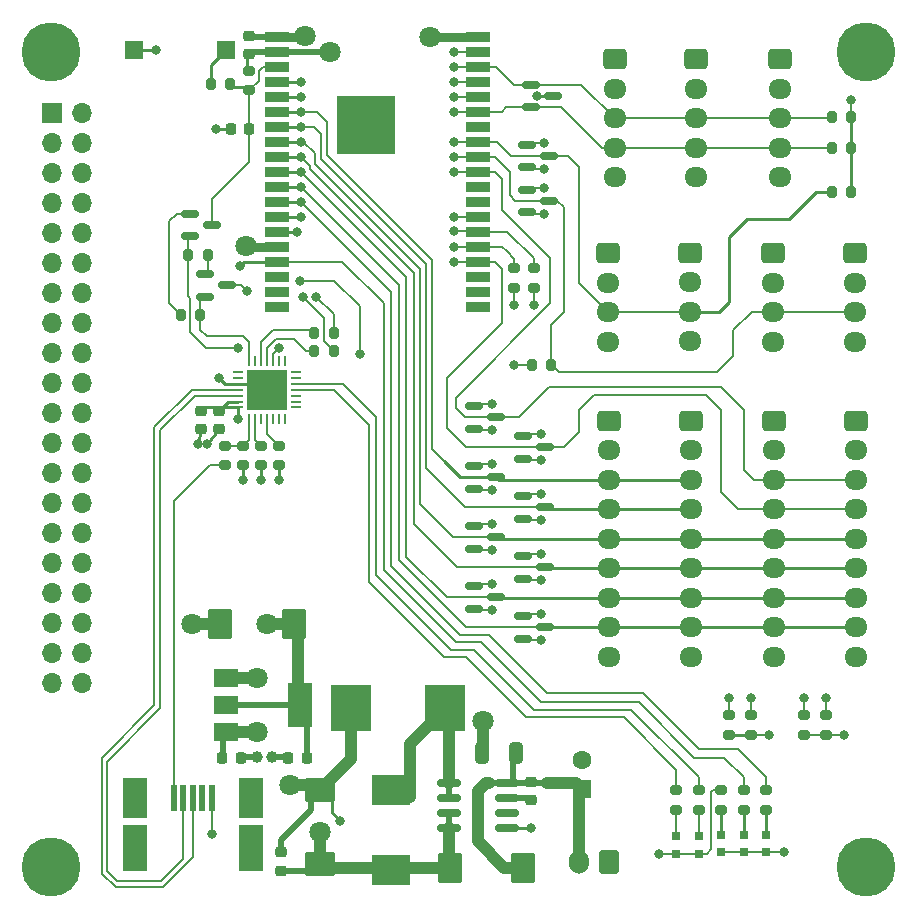
<source format=gbr>
%TF.GenerationSoftware,KiCad,Pcbnew,(6.0.1)*%
%TF.CreationDate,2023-01-03T02:24:04-08:00*%
%TF.ProjectId,ESP32 Dev Carrier - R1,45535033-3220-4446-9576-204361727269,rev?*%
%TF.SameCoordinates,Original*%
%TF.FileFunction,Copper,L1,Top*%
%TF.FilePolarity,Positive*%
%FSLAX46Y46*%
G04 Gerber Fmt 4.6, Leading zero omitted, Abs format (unit mm)*
G04 Created by KiCad (PCBNEW (6.0.1)) date 2023-01-03 02:24:04*
%MOMM*%
%LPD*%
G01*
G04 APERTURE LIST*
G04 Aperture macros list*
%AMRoundRect*
0 Rectangle with rounded corners*
0 $1 Rounding radius*
0 $2 $3 $4 $5 $6 $7 $8 $9 X,Y pos of 4 corners*
0 Add a 4 corners polygon primitive as box body*
4,1,4,$2,$3,$4,$5,$6,$7,$8,$9,$2,$3,0*
0 Add four circle primitives for the rounded corners*
1,1,$1+$1,$2,$3*
1,1,$1+$1,$4,$5*
1,1,$1+$1,$6,$7*
1,1,$1+$1,$8,$9*
0 Add four rect primitives between the rounded corners*
20,1,$1+$1,$2,$3,$4,$5,0*
20,1,$1+$1,$4,$5,$6,$7,0*
20,1,$1+$1,$6,$7,$8,$9,0*
20,1,$1+$1,$8,$9,$2,$3,0*%
G04 Aperture macros list end*
%TA.AperFunction,SMDPad,CuDef*%
%ADD10R,3.300000X2.500000*%
%TD*%
%TA.AperFunction,ComponentPad*%
%ADD11RoundRect,0.250000X-0.725000X0.600000X-0.725000X-0.600000X0.725000X-0.600000X0.725000X0.600000X0*%
%TD*%
%TA.AperFunction,ComponentPad*%
%ADD12O,1.950000X1.700000*%
%TD*%
%TA.AperFunction,SMDPad,CuDef*%
%ADD13RoundRect,0.200000X0.200000X0.275000X-0.200000X0.275000X-0.200000X-0.275000X0.200000X-0.275000X0*%
%TD*%
%TA.AperFunction,SMDPad,CuDef*%
%ADD14RoundRect,0.200000X-0.200000X-0.275000X0.200000X-0.275000X0.200000X0.275000X-0.200000X0.275000X0*%
%TD*%
%TA.AperFunction,SMDPad,CuDef*%
%ADD15RoundRect,0.200000X-0.275000X0.200000X-0.275000X-0.200000X0.275000X-0.200000X0.275000X0.200000X0*%
%TD*%
%TA.AperFunction,SMDPad,CuDef*%
%ADD16RoundRect,0.200000X0.275000X-0.200000X0.275000X0.200000X-0.275000X0.200000X-0.275000X-0.200000X0*%
%TD*%
%TA.AperFunction,SMDPad,CuDef*%
%ADD17RoundRect,0.150000X0.825000X0.150000X-0.825000X0.150000X-0.825000X-0.150000X0.825000X-0.150000X0*%
%TD*%
%TA.AperFunction,SMDPad,CuDef*%
%ADD18RoundRect,0.250000X0.787500X1.025000X-0.787500X1.025000X-0.787500X-1.025000X0.787500X-1.025000X0*%
%TD*%
%TA.AperFunction,SMDPad,CuDef*%
%ADD19RoundRect,0.225000X0.225000X0.250000X-0.225000X0.250000X-0.225000X-0.250000X0.225000X-0.250000X0*%
%TD*%
%TA.AperFunction,SMDPad,CuDef*%
%ADD20R,2.000000X1.500000*%
%TD*%
%TA.AperFunction,SMDPad,CuDef*%
%ADD21R,2.000000X3.800000*%
%TD*%
%TA.AperFunction,SMDPad,CuDef*%
%ADD22RoundRect,0.225000X-0.225000X-0.250000X0.225000X-0.250000X0.225000X0.250000X-0.225000X0.250000X0*%
%TD*%
%TA.AperFunction,SMDPad,CuDef*%
%ADD23RoundRect,0.225000X-0.250000X0.225000X-0.250000X-0.225000X0.250000X-0.225000X0.250000X0.225000X0*%
%TD*%
%TA.AperFunction,SMDPad,CuDef*%
%ADD24R,0.800000X0.800000*%
%TD*%
%TA.AperFunction,ComponentPad*%
%ADD25R,1.600000X1.600000*%
%TD*%
%TA.AperFunction,ComponentPad*%
%ADD26C,1.600000*%
%TD*%
%TA.AperFunction,ComponentPad*%
%ADD27C,0.800000*%
%TD*%
%TA.AperFunction,ComponentPad*%
%ADD28C,5.000000*%
%TD*%
%TA.AperFunction,SMDPad,CuDef*%
%ADD29RoundRect,0.225000X0.250000X-0.225000X0.250000X0.225000X-0.250000X0.225000X-0.250000X-0.225000X0*%
%TD*%
%TA.AperFunction,SMDPad,CuDef*%
%ADD30RoundRect,0.250000X-1.025000X0.787500X-1.025000X-0.787500X1.025000X-0.787500X1.025000X0.787500X0*%
%TD*%
%TA.AperFunction,SMDPad,CuDef*%
%ADD31RoundRect,0.250000X0.325000X0.650000X-0.325000X0.650000X-0.325000X-0.650000X0.325000X-0.650000X0*%
%TD*%
%TA.AperFunction,SMDPad,CuDef*%
%ADD32RoundRect,0.150000X-0.587500X-0.150000X0.587500X-0.150000X0.587500X0.150000X-0.587500X0.150000X0*%
%TD*%
%TA.AperFunction,ComponentPad*%
%ADD33RoundRect,0.250000X0.600000X0.750000X-0.600000X0.750000X-0.600000X-0.750000X0.600000X-0.750000X0*%
%TD*%
%TA.AperFunction,ComponentPad*%
%ADD34O,1.700000X2.000000*%
%TD*%
%TA.AperFunction,SMDPad,CuDef*%
%ADD35R,3.500000X4.000000*%
%TD*%
%TA.AperFunction,ComponentPad*%
%ADD36R,1.700000X1.700000*%
%TD*%
%TA.AperFunction,ComponentPad*%
%ADD37O,1.700000X1.700000*%
%TD*%
%TA.AperFunction,SMDPad,CuDef*%
%ADD38R,0.500000X2.250000*%
%TD*%
%TA.AperFunction,SMDPad,CuDef*%
%ADD39R,2.049999X4.000000*%
%TD*%
%TA.AperFunction,SMDPad,CuDef*%
%ADD40R,2.049999X3.500000*%
%TD*%
%TA.AperFunction,SMDPad,CuDef*%
%ADD41R,1.500000X1.500000*%
%TD*%
%TA.AperFunction,SMDPad,CuDef*%
%ADD42RoundRect,0.062500X-0.337500X-0.062500X0.337500X-0.062500X0.337500X0.062500X-0.337500X0.062500X0*%
%TD*%
%TA.AperFunction,SMDPad,CuDef*%
%ADD43RoundRect,0.062500X-0.062500X-0.337500X0.062500X-0.337500X0.062500X0.337500X-0.062500X0.337500X0*%
%TD*%
%TA.AperFunction,SMDPad,CuDef*%
%ADD44R,3.350000X3.350000*%
%TD*%
%TA.AperFunction,SMDPad,CuDef*%
%ADD45R,2.000000X0.900000*%
%TD*%
%TA.AperFunction,SMDPad,CuDef*%
%ADD46R,5.000000X5.000000*%
%TD*%
%TA.AperFunction,ViaPad*%
%ADD47C,1.800000*%
%TD*%
%TA.AperFunction,ViaPad*%
%ADD48C,0.800000*%
%TD*%
%TA.AperFunction,ViaPad*%
%ADD49C,1.000000*%
%TD*%
%TA.AperFunction,Conductor*%
%ADD50C,1.000000*%
%TD*%
%TA.AperFunction,Conductor*%
%ADD51C,0.200000*%
%TD*%
%TA.AperFunction,Conductor*%
%ADD52C,0.500000*%
%TD*%
%TA.AperFunction,Conductor*%
%ADD53C,0.250000*%
%TD*%
%TA.AperFunction,Conductor*%
%ADD54C,0.750000*%
%TD*%
G04 APERTURE END LIST*
D10*
%TO.P,D1,1,K*%
%TO.N,Net-(D1-Pad1)*%
X31794988Y-65488100D03*
%TO.P,D1,2,A*%
%TO.N,GND*%
X31794988Y-72288100D03*
%TD*%
D11*
%TO.P,J4,1,Pin_1*%
%TO.N,+5V*%
X64704988Y-3643100D03*
D12*
%TO.P,J4,2,Pin_2*%
%TO.N,+3V3*%
X64704988Y-6143100D03*
%TO.P,J4,3,Pin_3*%
%TO.N,Net-(D2-Pad1)*%
X64704988Y-8643100D03*
%TO.P,J4,4,Pin_4*%
%TO.N,Net-(D2-Pad2)*%
X64704988Y-11143100D03*
%TO.P,J4,5,Pin_5*%
%TO.N,GND*%
X64704988Y-13643100D03*
%TD*%
D11*
%TO.P,J6,1,Pin_1*%
%TO.N,+5V*%
X50734988Y-3643100D03*
D12*
%TO.P,J6,2,Pin_2*%
%TO.N,+3V3*%
X50734988Y-6143100D03*
%TO.P,J6,3,Pin_3*%
%TO.N,Net-(D2-Pad1)*%
X50734988Y-8643100D03*
%TO.P,J6,4,Pin_4*%
%TO.N,Net-(D2-Pad2)*%
X50734988Y-11143100D03*
%TO.P,J6,5,Pin_5*%
%TO.N,GND*%
X50734988Y-13643100D03*
%TD*%
D11*
%TO.P,J5,1,Pin_1*%
%TO.N,+5V*%
X57609988Y-3643100D03*
D12*
%TO.P,J5,2,Pin_2*%
%TO.N,+3V3*%
X57609988Y-6143100D03*
%TO.P,J5,3,Pin_3*%
%TO.N,Net-(D2-Pad1)*%
X57609988Y-8643100D03*
%TO.P,J5,4,Pin_4*%
%TO.N,Net-(D2-Pad2)*%
X57609988Y-11143100D03*
%TO.P,J5,5,Pin_5*%
%TO.N,GND*%
X57609988Y-13643100D03*
%TD*%
D13*
%TO.P,R23,2*%
%TO.N,+3V3*%
X43669988Y-29518100D03*
%TO.P,R23,1*%
%TO.N,Net-(D17-Pad3)*%
X45319988Y-29518100D03*
%TD*%
D14*
%TO.P,R22,1*%
%TO.N,Net-(D16-Pad3)*%
X69069988Y-14913100D03*
%TO.P,R22,2*%
%TO.N,+3V3*%
X70719988Y-14913100D03*
%TD*%
D15*
%TO.P,R21,1*%
%TO.N,Net-(D15-Pad3)*%
X62274988Y-59173100D03*
%TO.P,R21,2*%
%TO.N,+3V3*%
X62274988Y-60823100D03*
%TD*%
D16*
%TO.P,R5,1*%
%TO.N,GND*%
X42208988Y-22977100D03*
%TO.P,R5,2*%
%TO.N,/IO2*%
X42208988Y-21327100D03*
%TD*%
D17*
%TO.P,U2,1,FB*%
%TO.N,+5V*%
X41582653Y-68761100D03*
%TO.P,U2,2,NC*%
%TO.N,unconnected-(U2-Pad2)*%
X41582653Y-67491100D03*
%TO.P,U2,3,VC*%
%TO.N,Net-(C5-Pad2)*%
X41582653Y-66221100D03*
%TO.P,U2,4,VIn*%
%TO.N,VCC*%
X41582653Y-64951100D03*
%TO.P,U2,5,SW*%
%TO.N,Net-(D1-Pad1)*%
X36632653Y-64951100D03*
%TO.P,U2,6,SW*%
X36632653Y-66221100D03*
%TO.P,U2,7,GND*%
%TO.N,GND*%
X36632653Y-67491100D03*
%TO.P,U2,8,GND*%
X36632653Y-68761100D03*
%TD*%
D18*
%TO.P,C10,1*%
%TO.N,+3V3*%
X23516153Y-51463535D03*
%TO.P,C10,2*%
%TO.N,GND*%
X17291153Y-51463535D03*
%TD*%
D19*
%TO.P,C8,1*%
%TO.N,/RESET*%
X19729616Y-9525000D03*
%TO.P,C8,2*%
%TO.N,GND*%
X18179616Y-9525000D03*
%TD*%
D20*
%TO.P,U3,1,GND*%
%TO.N,GND*%
X17761653Y-56021535D03*
%TO.P,U3,2,VO*%
%TO.N,+3V3*%
X17761653Y-58321535D03*
D21*
X24061653Y-58321535D03*
D20*
%TO.P,U3,3,VI*%
%TO.N,+5V*%
X17761653Y-60621535D03*
%TD*%
D16*
%TO.P,R27,1*%
%TO.N,Net-(D8-Pad2)*%
X63544988Y-67173100D03*
%TO.P,R27,2*%
%TO.N,Net-(J3-Pad15)*%
X63544988Y-65523100D03*
%TD*%
%TO.P,R26,1*%
%TO.N,Net-(D7-Pad2)*%
X59734988Y-67173100D03*
%TO.P,R26,2*%
%TO.N,+3V3*%
X59734988Y-65523100D03*
%TD*%
D22*
%TO.P,C6,1*%
%TO.N,+5V*%
X17469653Y-62766535D03*
%TO.P,C6,2*%
%TO.N,GND*%
X19019653Y-62766535D03*
%TD*%
D23*
%TO.P,C5,1*%
%TO.N,VCC*%
X43607653Y-64831100D03*
%TO.P,C5,2*%
%TO.N,Net-(C5-Pad2)*%
X43607653Y-66381100D03*
%TD*%
D24*
%TO.P,D7,1,K*%
%TO.N,GND*%
X59734988Y-70793100D03*
%TO.P,D7,2,A*%
%TO.N,Net-(D7-Pad2)*%
X59734988Y-69293100D03*
%TD*%
D25*
%TO.P,C1,1*%
%TO.N,VCC*%
X47962653Y-65459100D03*
D26*
%TO.P,C1,2*%
%TO.N,GND*%
X47962653Y-62959100D03*
%TD*%
D27*
%TO.P,H2,1*%
%TO.N,N/C*%
X3000000Y-70125000D03*
D28*
X3000000Y-72000000D03*
D27*
X3000000Y-73875000D03*
X4875000Y-72000000D03*
X4325825Y-70674175D03*
X1125000Y-72000000D03*
X1674175Y-73325825D03*
X4325825Y-73325825D03*
X1674175Y-70674175D03*
%TD*%
D18*
%TO.P,C7,2*%
%TO.N,GND*%
X36745153Y-72106100D03*
%TO.P,C7,1*%
%TO.N,VCC*%
X42970153Y-72106100D03*
%TD*%
D29*
%TO.P,C9,1*%
%TO.N,+3V3*%
X19716616Y-3188000D03*
%TO.P,C9,2*%
%TO.N,GND*%
X19716616Y-1638000D03*
%TD*%
D30*
%TO.P,C4,1*%
%TO.N,+5V*%
X25726988Y-65513600D03*
%TO.P,C4,2*%
%TO.N,GND*%
X25726988Y-71738600D03*
%TD*%
D15*
%TO.P,R6,2*%
%TO.N,+3V3*%
X43859988Y-22977100D03*
%TO.P,R6,1*%
%TO.N,/PROG*%
X43859988Y-21327100D03*
%TD*%
D23*
%TO.P,C3,1*%
%TO.N,+5V*%
X22455976Y-70782200D03*
%TO.P,C3,2*%
%TO.N,GND*%
X22455976Y-72332200D03*
%TD*%
D19*
%TO.P,C11,1*%
%TO.N,+3V3*%
X24620653Y-62766535D03*
%TO.P,C11,2*%
%TO.N,GND*%
X23070653Y-62766535D03*
%TD*%
D31*
%TO.P,C2,1*%
%TO.N,VCC*%
X42378653Y-62411100D03*
%TO.P,C2,2*%
%TO.N,GND*%
X39428653Y-62411100D03*
%TD*%
D24*
%TO.P,D8,1,K*%
%TO.N,GND*%
X63544988Y-70793100D03*
%TO.P,D8,2,A*%
%TO.N,Net-(D8-Pad2)*%
X63544988Y-69293100D03*
%TD*%
D16*
%TO.P,R4,1*%
%TO.N,/RESET*%
X19716616Y-6286000D03*
%TO.P,R4,2*%
%TO.N,+3V3*%
X19716616Y-4636000D03*
%TD*%
D27*
%TO.P,H3,1*%
%TO.N,N/C*%
X72000000Y-1125000D03*
X70674175Y-4325825D03*
D28*
X72000000Y-3000000D03*
D27*
X73325825Y-4325825D03*
X72000000Y-4875000D03*
X70674175Y-1674175D03*
X70125000Y-3000000D03*
X73325825Y-1674175D03*
X73875000Y-3000000D03*
%TD*%
D14*
%TO.P,R15,1*%
%TO.N,Net-(D2-Pad2)*%
X69069988Y-11143100D03*
%TO.P,R15,2*%
%TO.N,+3V3*%
X70719988Y-11143100D03*
%TD*%
D32*
%TO.P,D15,1,A*%
%TO.N,GND*%
X38809988Y-38093100D03*
%TO.P,D15,2,K*%
%TO.N,+3V3*%
X38809988Y-39993100D03*
%TO.P,D15,3,common*%
%TO.N,Net-(D15-Pad3)*%
X40684988Y-39043100D03*
%TD*%
D23*
%TO.P,C13,1*%
%TO.N,+3V3*%
X17176616Y-33388000D03*
%TO.P,C13,2*%
%TO.N,GND*%
X17176616Y-34938000D03*
%TD*%
D11*
%TO.P,J13,1,Pin_1*%
%TO.N,+5V*%
X71054988Y-20053100D03*
D12*
%TO.P,J13,2,Pin_2*%
%TO.N,+3V3*%
X71054988Y-22553100D03*
%TO.P,J13,3,Pin_3*%
%TO.N,Net-(D17-Pad3)*%
X71054988Y-25053100D03*
%TO.P,J13,4,Pin_4*%
%TO.N,GND*%
X71054988Y-27553100D03*
%TD*%
D16*
%TO.P,R7,2*%
%TO.N,Net-(R7-Pad2)*%
X19208616Y-36386000D03*
%TO.P,R7,1*%
%TO.N,GND*%
X19208616Y-38036000D03*
%TD*%
D11*
%TO.P,J8,1,Pin_1*%
%TO.N,+5V*%
X57194988Y-34243100D03*
D12*
%TO.P,J8,2,Pin_2*%
%TO.N,+3V3*%
X57194988Y-36743100D03*
%TO.P,J8,3,Pin_3*%
%TO.N,Net-(D15-Pad3)*%
X57194988Y-39243100D03*
%TO.P,J8,4,Pin_4*%
%TO.N,Net-(D14-Pad3)*%
X57194988Y-41743100D03*
%TO.P,J8,5,Pin_5*%
%TO.N,Net-(D10-Pad3)*%
X57194988Y-44243100D03*
%TO.P,J8,6,Pin_6*%
%TO.N,Net-(D9-Pad3)*%
X57194988Y-46743100D03*
%TO.P,J8,7,Pin_7*%
%TO.N,Net-(D6-Pad3)*%
X57194988Y-49243100D03*
%TO.P,J8,8,Pin_8*%
%TO.N,Net-(D5-Pad3)*%
X57194988Y-51743100D03*
%TO.P,J8,9,Pin_9*%
%TO.N,GND*%
X57194988Y-54243100D03*
%TD*%
D33*
%TO.P,J1,1,Pin_1*%
%TO.N,GND*%
X50208653Y-71589100D03*
D34*
%TO.P,J1,2,Pin_2*%
%TO.N,VCC*%
X47708653Y-71589100D03*
%TD*%
D35*
%TO.P,L1,1,1*%
%TO.N,Net-(D1-Pad1)*%
X36357653Y-58606100D03*
%TO.P,L1,2,2*%
%TO.N,+5V*%
X28357653Y-58606100D03*
%TD*%
D27*
%TO.P,H1,1*%
%TO.N,N/C*%
X4325825Y-4325825D03*
X3000000Y-1125000D03*
X4325825Y-1674175D03*
X1674175Y-1674175D03*
D28*
X3000000Y-3000000D03*
D27*
X4875000Y-3000000D03*
X1674175Y-4325825D03*
X1125000Y-3000000D03*
X3000000Y-4875000D03*
%TD*%
D32*
%TO.P,D6,1,A*%
%TO.N,GND*%
X38809988Y-48253100D03*
%TO.P,D6,2,K*%
%TO.N,+3V3*%
X38809988Y-50153100D03*
%TO.P,D6,3,common*%
%TO.N,Net-(D6-Pad3)*%
X40684988Y-49203100D03*
%TD*%
D14*
%TO.P,R3,1*%
%TO.N,Net-(R3-Pad1)*%
X16478616Y-5769100D03*
%TO.P,R3,2*%
%TO.N,/RESET*%
X18128616Y-5769100D03*
%TD*%
D11*
%TO.P,J9,1,Pin_1*%
%TO.N,+5V*%
X64179988Y-34243100D03*
D12*
%TO.P,J9,2,Pin_2*%
%TO.N,+3V3*%
X64179988Y-36743100D03*
%TO.P,J9,3,Pin_3*%
%TO.N,Net-(D11-Pad3)*%
X64179988Y-39243100D03*
%TO.P,J9,4,Pin_4*%
%TO.N,Net-(D13-Pad3)*%
X64179988Y-41743100D03*
%TO.P,J9,5,Pin_5*%
%TO.N,Net-(D10-Pad3)*%
X64179988Y-44243100D03*
%TO.P,J9,6,Pin_6*%
%TO.N,Net-(D9-Pad3)*%
X64179988Y-46743100D03*
%TO.P,J9,7,Pin_7*%
%TO.N,Net-(D6-Pad3)*%
X64179988Y-49243100D03*
%TO.P,J9,8,Pin_8*%
%TO.N,Net-(D5-Pad3)*%
X64179988Y-51743100D03*
%TO.P,J9,9,Pin_9*%
%TO.N,GND*%
X64179988Y-54243100D03*
%TD*%
D36*
%TO.P,J3,1,Pin_1*%
%TO.N,GND*%
X3014988Y-8233100D03*
D37*
%TO.P,J3,2,Pin_2*%
X5554988Y-8233100D03*
%TO.P,J3,3,Pin_3*%
%TO.N,+3V3*%
X3014988Y-10773100D03*
%TO.P,J3,4,Pin_4*%
X5554988Y-10773100D03*
%TO.P,J3,5,Pin_5*%
%TO.N,GND*%
X3014988Y-13313100D03*
%TO.P,J3,6,Pin_6*%
X5554988Y-13313100D03*
%TO.P,J3,7,Pin_7*%
%TO.N,Net-(J3-Pad7)*%
X3014988Y-15853100D03*
%TO.P,J3,8,Pin_8*%
%TO.N,Net-(J3-Pad8)*%
X5554988Y-15853100D03*
%TO.P,J3,9,Pin_9*%
%TO.N,Net-(D15-Pad3)*%
X3014988Y-18393100D03*
%TO.P,J3,10,Pin_10*%
%TO.N,Net-(D14-Pad3)*%
X5554988Y-18393100D03*
%TO.P,J3,11,Pin_11*%
%TO.N,Net-(D10-Pad3)*%
X3014988Y-20933100D03*
%TO.P,J3,12,Pin_12*%
%TO.N,Net-(D9-Pad3)*%
X5554988Y-20933100D03*
%TO.P,J3,13,Pin_13*%
%TO.N,Net-(D6-Pad3)*%
X3014988Y-23473100D03*
%TO.P,J3,14,Pin_14*%
%TO.N,Net-(D5-Pad3)*%
X5554988Y-23473100D03*
%TO.P,J3,15,Pin_15*%
%TO.N,Net-(J3-Pad15)*%
X3014988Y-26013100D03*
%TO.P,J3,16,Pin_16*%
%TO.N,Net-(J3-Pad16)*%
X5554988Y-26013100D03*
%TO.P,J3,17,Pin_17*%
%TO.N,Net-(J3-Pad17)*%
X3014988Y-28553100D03*
%TO.P,J3,18,Pin_18*%
%TO.N,Net-(J3-Pad18)*%
X5554988Y-28553100D03*
%TO.P,J3,19,Pin_19*%
%TO.N,Net-(J3-Pad19)*%
X3014988Y-31093100D03*
%TO.P,J3,20,Pin_20*%
%TO.N,Net-(D2-Pad1)*%
X5554988Y-31093100D03*
%TO.P,J3,21,Pin_21*%
%TO.N,/MISO*%
X3014988Y-33633100D03*
%TO.P,J3,22,Pin_22*%
%TO.N,/MOSI*%
X5554988Y-33633100D03*
%TO.P,J3,23,Pin_23*%
%TO.N,Net-(D2-Pad2)*%
X3014988Y-36173100D03*
%TO.P,J3,24,Pin_24*%
%TO.N,Net-(D16-Pad3)*%
X5554988Y-36173100D03*
%TO.P,J3,25,Pin_25*%
%TO.N,Net-(D17-Pad3)*%
X3014988Y-38713100D03*
%TO.P,J3,26,Pin_26*%
%TO.N,Net-(D11-Pad3)*%
X5554988Y-38713100D03*
%TO.P,J3,27,Pin_27*%
%TO.N,/IO4*%
X3014988Y-41253100D03*
%TO.P,J3,28,Pin_28*%
%TO.N,/PROG*%
X5554988Y-41253100D03*
%TO.P,J3,29,Pin_29*%
%TO.N,/IO2*%
X3014988Y-43793100D03*
%TO.P,J3,30,Pin_30*%
%TO.N,Net-(D13-Pad3)*%
X5554988Y-43793100D03*
%TO.P,J3,31,Pin_31*%
%TO.N,GND*%
X3014988Y-46333100D03*
%TO.P,J3,32,Pin_32*%
X5554988Y-46333100D03*
%TO.P,J3,33,Pin_33*%
%TO.N,+3V3*%
X3014988Y-48873100D03*
%TO.P,J3,34,Pin_34*%
X5554988Y-48873100D03*
%TO.P,J3,35,Pin_35*%
%TO.N,+5V*%
X3014988Y-51413100D03*
%TO.P,J3,36,Pin_36*%
X5554988Y-51413100D03*
%TO.P,J3,37,Pin_37*%
%TO.N,VCC*%
X3014988Y-53953100D03*
%TO.P,J3,38,Pin_38*%
X5554988Y-53953100D03*
%TO.P,J3,39,Pin_39*%
%TO.N,GND*%
X3014988Y-56493100D03*
%TO.P,J3,40,Pin_40*%
X5554988Y-56493100D03*
%TD*%
D15*
%TO.P,R12,1*%
%TO.N,Net-(R12-Pad1)*%
X20732616Y-36386000D03*
%TO.P,R12,2*%
%TO.N,+3V3*%
X20732616Y-38036000D03*
%TD*%
D32*
%TO.P,Q2,1,B*%
%TO.N,Net-(Q2-Pad1)*%
X15998488Y-21837100D03*
%TO.P,Q2,2,E*%
%TO.N,/USB Interface/CTS*%
X15998488Y-23737100D03*
%TO.P,Q2,3,C*%
%TO.N,/PROG*%
X17873488Y-22787100D03*
%TD*%
D13*
%TO.P,R11,1*%
%TO.N,Net-(Q2-Pad1)*%
X16223616Y-20193000D03*
%TO.P,R11,2*%
%TO.N,/USB Interface/RTS*%
X14573616Y-20193000D03*
%TD*%
D11*
%TO.P,J14,1,Pin_1*%
%TO.N,+5V*%
X64069988Y-20053100D03*
D12*
%TO.P,J14,2,Pin_2*%
%TO.N,+3V3*%
X64069988Y-22553100D03*
%TO.P,J14,3,Pin_3*%
%TO.N,Net-(D17-Pad3)*%
X64069988Y-25053100D03*
%TO.P,J14,4,Pin_4*%
%TO.N,GND*%
X64069988Y-27553100D03*
%TD*%
D38*
%TO.P,J2,1,VBUS*%
%TO.N,Net-(J2-Pad1)*%
X13379988Y-66221100D03*
%TO.P,J2,2,D-*%
%TO.N,Net-(J2-Pad2)*%
X14179988Y-66221100D03*
%TO.P,J2,3,D+*%
%TO.N,Net-(J2-Pad3)*%
X14979988Y-66221100D03*
%TO.P,J2,4,ID*%
%TO.N,unconnected-(J2-Pad4)*%
X15779988Y-66221100D03*
%TO.P,J2,5,GND*%
%TO.N,GND*%
X16579988Y-66221100D03*
D39*
%TO.P,J2,6,Shield*%
%TO.N,unconnected-(J2-Pad6)*%
X10054988Y-70446100D03*
D40*
%TO.P,J2,7*%
%TO.N,N/C*%
X10054988Y-66196100D03*
D39*
%TO.P,J2,8*%
X19904988Y-70446100D03*
D40*
%TO.P,J2,9*%
X19904988Y-66196100D03*
%TD*%
D24*
%TO.P,D12,1,K*%
%TO.N,GND*%
X61639988Y-70793100D03*
%TO.P,D12,2,A*%
%TO.N,Net-(D12-Pad2)*%
X61639988Y-69293100D03*
%TD*%
D16*
%TO.P,R10,1*%
%TO.N,Net-(D12-Pad2)*%
X61639988Y-67173100D03*
%TO.P,R10,2*%
%TO.N,Net-(J3-Pad18)*%
X61639988Y-65523100D03*
%TD*%
D14*
%TO.P,R14,1*%
%TO.N,Net-(D2-Pad1)*%
X69069988Y-8563100D03*
%TO.P,R14,2*%
%TO.N,+3V3*%
X70719988Y-8563100D03*
%TD*%
D41*
%TO.P,SW1,1,1*%
%TO.N,Net-(R3-Pad1)*%
X17774616Y-2848100D03*
%TO.P,SW1,2,2*%
%TO.N,GND*%
X9974616Y-2848100D03*
%TD*%
D32*
%TO.P,D13,1,A*%
%TO.N,GND*%
X42922488Y-35553100D03*
%TO.P,D13,2,K*%
%TO.N,+3V3*%
X42922488Y-37453100D03*
%TO.P,D13,3,common*%
%TO.N,Net-(D13-Pad3)*%
X44797488Y-36503100D03*
%TD*%
D11*
%TO.P,J7,1,Pin_1*%
%TO.N,+5V*%
X50209988Y-34243100D03*
D12*
%TO.P,J7,2,Pin_2*%
%TO.N,+3V3*%
X50209988Y-36743100D03*
%TO.P,J7,3,Pin_3*%
%TO.N,Net-(D15-Pad3)*%
X50209988Y-39243100D03*
%TO.P,J7,4,Pin_4*%
%TO.N,Net-(D14-Pad3)*%
X50209988Y-41743100D03*
%TO.P,J7,5,Pin_5*%
%TO.N,Net-(D10-Pad3)*%
X50209988Y-44243100D03*
%TO.P,J7,6,Pin_6*%
%TO.N,Net-(D9-Pad3)*%
X50209988Y-46743100D03*
%TO.P,J7,7,Pin_7*%
%TO.N,Net-(D6-Pad3)*%
X50209988Y-49243100D03*
%TO.P,J7,8,Pin_8*%
%TO.N,Net-(D5-Pad3)*%
X50209988Y-51743100D03*
%TO.P,J7,9,Pin_9*%
%TO.N,GND*%
X50209988Y-54243100D03*
%TD*%
D32*
%TO.P,D17,1,A*%
%TO.N,GND*%
X43254988Y-14682100D03*
%TO.P,D17,2,K*%
%TO.N,+3V3*%
X43254988Y-16582100D03*
%TO.P,D17,3,common*%
%TO.N,Net-(D17-Pad3)*%
X45129988Y-15632100D03*
%TD*%
%TO.P,D5,1,A*%
%TO.N,GND*%
X42922488Y-50793100D03*
%TO.P,D5,2,K*%
%TO.N,+3V3*%
X42922488Y-52693100D03*
%TO.P,D5,3,common*%
%TO.N,Net-(D5-Pad3)*%
X44797488Y-51743100D03*
%TD*%
%TO.P,D2,1,K*%
%TO.N,Net-(D2-Pad1)*%
X43574488Y-5788100D03*
%TO.P,D2,2,K*%
%TO.N,Net-(D2-Pad2)*%
X43574488Y-7688100D03*
%TO.P,D2,3,A*%
%TO.N,+3V3*%
X45449488Y-6738100D03*
%TD*%
D14*
%TO.P,R9,2*%
%TO.N,/USB Interface/CTS*%
X15601988Y-25273000D03*
%TO.P,R9,1*%
%TO.N,Net-(Q1-Pad1)*%
X13951988Y-25273000D03*
%TD*%
D15*
%TO.P,R16,1*%
%TO.N,Net-(R16-Pad1)*%
X55924988Y-65523100D03*
%TO.P,R16,2*%
%TO.N,Net-(D4-Pad1)*%
X55924988Y-67173100D03*
%TD*%
D14*
%TO.P,R1,1*%
%TO.N,Net-(R1-Pad1)*%
X25241616Y-26797000D03*
%TO.P,R1,2*%
%TO.N,/MOSI*%
X26891616Y-26797000D03*
%TD*%
D32*
%TO.P,Q1,1,B*%
%TO.N,Net-(Q1-Pad1)*%
X14715116Y-16703000D03*
%TO.P,Q1,2,E*%
%TO.N,/USB Interface/RTS*%
X14715116Y-18603000D03*
%TO.P,Q1,3,C*%
%TO.N,/RESET*%
X16590116Y-17653000D03*
%TD*%
D42*
%TO.P,U4,1,~{DCD}*%
%TO.N,unconnected-(U4-Pad1)*%
X18790616Y-30123000D03*
%TO.P,U4,2,~{RI}/CLK*%
%TO.N,unconnected-(U4-Pad2)*%
X18790616Y-30623000D03*
%TO.P,U4,3,GND*%
%TO.N,GND*%
X18790616Y-31123000D03*
%TO.P,U4,4,D+*%
%TO.N,Net-(J2-Pad3)*%
X18790616Y-31623000D03*
%TO.P,U4,5,D-*%
%TO.N,Net-(J2-Pad2)*%
X18790616Y-32123000D03*
%TO.P,U4,6,VDD*%
%TO.N,+3V3*%
X18790616Y-32623000D03*
%TO.P,U4,7,VREGIN*%
X18790616Y-33123000D03*
D43*
%TO.P,U4,8,VBUS*%
%TO.N,Net-(R7-Pad2)*%
X19740616Y-34073000D03*
%TO.P,U4,9,~{RST}*%
%TO.N,Net-(R12-Pad1)*%
X20240616Y-34073000D03*
%TO.P,U4,10,NC*%
%TO.N,unconnected-(U4-Pad10)*%
X20740616Y-34073000D03*
%TO.P,U4,11,~{SUSPEND}*%
%TO.N,Net-(R17-Pad2)*%
X21240616Y-34073000D03*
%TO.P,U4,12,SUSPEND*%
%TO.N,unconnected-(U4-Pad12)*%
X21740616Y-34073000D03*
%TO.P,U4,13,CHREN*%
%TO.N,unconnected-(U4-Pad13)*%
X22240616Y-34073000D03*
%TO.P,U4,14,CHR1*%
%TO.N,unconnected-(U4-Pad14)*%
X22740616Y-34073000D03*
D42*
%TO.P,U4,15,CHR0*%
%TO.N,unconnected-(U4-Pad15)*%
X23690616Y-33123000D03*
%TO.P,U4,16,~{WAKEUP}/GPIO.3*%
%TO.N,unconnected-(U4-Pad16)*%
X23690616Y-32623000D03*
%TO.P,U4,17,RS485/GPIO.2*%
%TO.N,unconnected-(U4-Pad17)*%
X23690616Y-32123000D03*
%TO.P,U4,18,~{RXT}/GPIO.1*%
%TO.N,Net-(R16-Pad1)*%
X23690616Y-31623000D03*
%TO.P,U4,19,~{TXT}/GPIO.0*%
%TO.N,Net-(R13-Pad1)*%
X23690616Y-31123000D03*
%TO.P,U4,20,GPIO.6*%
%TO.N,unconnected-(U4-Pad20)*%
X23690616Y-30623000D03*
%TO.P,U4,21,GPIO.5*%
%TO.N,unconnected-(U4-Pad21)*%
X23690616Y-30123000D03*
D43*
%TO.P,U4,22,GPIO.4*%
%TO.N,unconnected-(U4-Pad22)*%
X22740616Y-29173000D03*
%TO.P,U4,23,~{CTS}*%
%TO.N,unconnected-(U4-Pad23)*%
X22240616Y-29173000D03*
%TO.P,U4,24,~{RTS}*%
%TO.N,/USB Interface/RTS*%
X21740616Y-29173000D03*
%TO.P,U4,25,RXD*%
%TO.N,Net-(R2-Pad1)*%
X21240616Y-29173000D03*
%TO.P,U4,26,TXD*%
%TO.N,Net-(R1-Pad1)*%
X20740616Y-29173000D03*
%TO.P,U4,27,~{DSR}*%
%TO.N,unconnected-(U4-Pad27)*%
X20240616Y-29173000D03*
%TO.P,U4,28,~{DTR}*%
%TO.N,/USB Interface/CTS*%
X19740616Y-29173000D03*
D44*
%TO.P,U4,29,GND*%
%TO.N,GND*%
X21240616Y-31623000D03*
%TD*%
D32*
%TO.P,D16,1,A*%
%TO.N,GND*%
X43254988Y-10872100D03*
%TO.P,D16,2,K*%
%TO.N,+3V3*%
X43254988Y-12772100D03*
%TO.P,D16,3,common*%
%TO.N,Net-(D16-Pad3)*%
X45129988Y-11822100D03*
%TD*%
D15*
%TO.P,R8,1*%
%TO.N,Net-(R7-Pad2)*%
X17684616Y-36386000D03*
%TO.P,R8,2*%
%TO.N,Net-(J2-Pad1)*%
X17684616Y-38036000D03*
%TD*%
D24*
%TO.P,D3,1,K*%
%TO.N,Net-(D3-Pad1)*%
X57829988Y-69408100D03*
%TO.P,D3,2,A*%
%TO.N,+3V3*%
X57829988Y-70908100D03*
%TD*%
D32*
%TO.P,D10,1,A*%
%TO.N,GND*%
X38809988Y-43173100D03*
%TO.P,D10,2,K*%
%TO.N,+3V3*%
X38809988Y-45073100D03*
%TO.P,D10,3,common*%
%TO.N,Net-(D10-Pad3)*%
X40684988Y-44123100D03*
%TD*%
D11*
%TO.P,J11,1,Pin_1*%
%TO.N,+5V*%
X50099988Y-20053100D03*
D12*
%TO.P,J11,2,Pin_2*%
%TO.N,+3V3*%
X50099988Y-22553100D03*
%TO.P,J11,3,Pin_3*%
%TO.N,Net-(D16-Pad3)*%
X50099988Y-25053100D03*
%TO.P,J11,4,Pin_4*%
%TO.N,GND*%
X50099988Y-27553100D03*
%TD*%
D15*
%TO.P,R13,2*%
%TO.N,Net-(D3-Pad1)*%
X57829988Y-67173100D03*
%TO.P,R13,1*%
%TO.N,Net-(R13-Pad1)*%
X57829988Y-65523100D03*
%TD*%
D16*
%TO.P,R17,2*%
%TO.N,Net-(R17-Pad2)*%
X22256616Y-36386000D03*
%TO.P,R17,1*%
%TO.N,GND*%
X22256616Y-38036000D03*
%TD*%
D32*
%TO.P,D11,1,A*%
%TO.N,GND*%
X38809988Y-33013100D03*
%TO.P,D11,2,K*%
%TO.N,+3V3*%
X38809988Y-34913100D03*
%TO.P,D11,3,common*%
%TO.N,Net-(D11-Pad3)*%
X40684988Y-33963100D03*
%TD*%
D11*
%TO.P,J10,1,Pin_1*%
%TO.N,+5V*%
X71164988Y-34243100D03*
D12*
%TO.P,J10,2,Pin_2*%
%TO.N,+3V3*%
X71164988Y-36743100D03*
%TO.P,J10,3,Pin_3*%
%TO.N,Net-(D11-Pad3)*%
X71164988Y-39243100D03*
%TO.P,J10,4,Pin_4*%
%TO.N,Net-(D13-Pad3)*%
X71164988Y-41743100D03*
%TO.P,J10,5,Pin_5*%
%TO.N,Net-(D10-Pad3)*%
X71164988Y-44243100D03*
%TO.P,J10,6,Pin_6*%
%TO.N,Net-(D9-Pad3)*%
X71164988Y-46743100D03*
%TO.P,J10,7,Pin_7*%
%TO.N,Net-(D6-Pad3)*%
X71164988Y-49243100D03*
%TO.P,J10,8,Pin_8*%
%TO.N,Net-(D5-Pad3)*%
X71164988Y-51743100D03*
%TO.P,J10,9,Pin_9*%
%TO.N,GND*%
X71164988Y-54243100D03*
%TD*%
D24*
%TO.P,D4,1,K*%
%TO.N,Net-(D4-Pad1)*%
X55924988Y-69408100D03*
%TO.P,D4,2,A*%
%TO.N,+3V3*%
X55924988Y-70908100D03*
%TD*%
D14*
%TO.P,R2,1*%
%TO.N,Net-(R2-Pad1)*%
X25241616Y-28321000D03*
%TO.P,R2,2*%
%TO.N,/MISO*%
X26891616Y-28321000D03*
%TD*%
D32*
%TO.P,D9,1,A*%
%TO.N,GND*%
X42922488Y-45713100D03*
%TO.P,D9,2,K*%
%TO.N,+3V3*%
X42922488Y-47613100D03*
%TO.P,D9,3,common*%
%TO.N,Net-(D9-Pad3)*%
X44797488Y-46663100D03*
%TD*%
D11*
%TO.P,J12,1,Pin_1*%
%TO.N,+5V*%
X57084988Y-20033100D03*
D12*
%TO.P,J12,2,Pin_2*%
%TO.N,+3V3*%
X57084988Y-22533100D03*
%TO.P,J12,3,Pin_3*%
%TO.N,Net-(D16-Pad3)*%
X57084988Y-25033100D03*
%TO.P,J12,4,Pin_4*%
%TO.N,GND*%
X57084988Y-27533100D03*
%TD*%
D32*
%TO.P,D14,1,A*%
%TO.N,GND*%
X42922488Y-40633100D03*
%TO.P,D14,2,K*%
%TO.N,+3V3*%
X42922488Y-42533100D03*
%TO.P,D14,3,common*%
%TO.N,Net-(D14-Pad3)*%
X44797488Y-41583100D03*
%TD*%
D23*
%TO.P,C12,1*%
%TO.N,+3V3*%
X15652616Y-33388000D03*
%TO.P,C12,2*%
%TO.N,GND*%
X15652616Y-34938000D03*
%TD*%
D15*
%TO.P,R19,2*%
%TO.N,+3V3*%
X66719988Y-60823100D03*
%TO.P,R19,1*%
%TO.N,Net-(D13-Pad3)*%
X66719988Y-59173100D03*
%TD*%
%TO.P,R18,1*%
%TO.N,Net-(D11-Pad3)*%
X68624988Y-59173100D03*
%TO.P,R18,2*%
%TO.N,+3V3*%
X68624988Y-60823100D03*
%TD*%
%TO.P,R20,1*%
%TO.N,Net-(D14-Pad3)*%
X60369988Y-59173100D03*
%TO.P,R20,2*%
%TO.N,+3V3*%
X60369988Y-60823100D03*
%TD*%
D27*
%TO.P,H4,1*%
%TO.N,N/C*%
X70674175Y-73325825D03*
X70125000Y-72000000D03*
X70674175Y-70674175D03*
D28*
X72000000Y-72000000D03*
D27*
X73875000Y-72000000D03*
X73325825Y-73325825D03*
X73325825Y-70674175D03*
X72000000Y-70125000D03*
X72000000Y-73875000D03*
%TD*%
D45*
%TO.P,U1,1,GND*%
%TO.N,GND*%
X22108616Y-1740000D03*
%TO.P,U1,2,3V3*%
%TO.N,+3V3*%
X22108616Y-3010000D03*
%TO.P,U1,3,EN*%
%TO.N,/RESET*%
X22108616Y-4280000D03*
%TO.P,U1,4,SENSOR_VP/GPIO36/ADC1_CH0/RTC_GPIO0*%
%TO.N,Net-(J3-Pad7)*%
X22108616Y-5550000D03*
%TO.P,U1,5,SENSOR_VN/GPIO39/ADC1_CH3/RTC_GPIO3*%
%TO.N,Net-(J3-Pad8)*%
X22108616Y-6820000D03*
%TO.P,U1,6,IO34/GPIO34/ADC1_CH6/RTC_GPIO4*%
%TO.N,Net-(D15-Pad3)*%
X22108616Y-8090000D03*
%TO.P,U1,7,IO35/GPIO35/ADC1_CH7/RTC_GPIO5*%
%TO.N,Net-(D14-Pad3)*%
X22108616Y-9360000D03*
%TO.P,U1,8,IO32/GPIO32/XTAL_32K_P/ADC1_CH4/TOUCH9/RTC_GPIO9*%
%TO.N,Net-(D10-Pad3)*%
X22108616Y-10630000D03*
%TO.P,U1,9,IO33/GPIO33/XTAL_32K_N/ADC1_CH5/TOUCH8/RTC_GPIO8*%
%TO.N,Net-(D9-Pad3)*%
X22108616Y-11900000D03*
%TO.P,U1,10,IO25/GPIO25/DAC_1/ADC2_CH8/RTC_GPIO6/EMAC_RXD0*%
%TO.N,Net-(D6-Pad3)*%
X22108616Y-13170000D03*
%TO.P,U1,11,IO26/DAC_2/ADC2_CH9/RTC_GPIO7/EMAC_RXD1*%
%TO.N,Net-(D5-Pad3)*%
X22108616Y-14440000D03*
%TO.P,U1,12,IO27/GPIO27/ADC2_CH7/TOUCH7/RTC_GPIO17/EMAC_RX_DV*%
%TO.N,Net-(J3-Pad15)*%
X22108616Y-15710000D03*
%TO.P,U1,13,IO14/GPIO14/ADC2_CH6/TOUCH6/RTC_GPIO16/MTMS/HSPICLK/HS2_CLK/SD_CLK/EMAC_TXD2*%
%TO.N,Net-(J3-Pad16)*%
X22108616Y-16980000D03*
%TO.P,U1,14,IO12/GPIO12/ADC2_CH5/TOUCH5/RTC_GPIO15/HSPIQ/HS2_DATA2/SD_DATA2/EMAC_TXD3*%
%TO.N,Net-(J3-Pad17)*%
X22108616Y-18250000D03*
%TO.P,U1,15,GND*%
%TO.N,GND*%
X22108616Y-19520000D03*
%TO.P,U1,16,IO13/GPIO13/ADC2_CH4/TOUCH4/RTC_GPIO14/MTCK/HSPID/HS2_DATA3/SD_DATA3/EMAC_RX_ER*%
%TO.N,Net-(J3-Pad18)*%
X22108616Y-20790000D03*
%TO.P,U1,17,SHD*%
%TO.N,unconnected-(U1-Pad17)*%
X22108616Y-22060000D03*
%TO.P,U1,18,SWP*%
%TO.N,unconnected-(U1-Pad18)*%
X22108616Y-23330000D03*
%TO.P,U1,19,SCS*%
%TO.N,unconnected-(U1-Pad19)*%
X22108616Y-24600000D03*
%TO.P,U1,20,SCK*%
%TO.N,unconnected-(U1-Pad20)*%
X39108616Y-24600000D03*
%TO.P,U1,21,SDO*%
%TO.N,unconnected-(U1-Pad21)*%
X39108616Y-23330000D03*
%TO.P,U1,22,SDI*%
%TO.N,unconnected-(U1-Pad22)*%
X39108616Y-22060000D03*
%TO.P,U1,23,IO15/GPIO15/ADC2_CH3/TOUCH3/MTDO/HSPICS0/RTC_GPIO13/HS2_CMD/SD_CMD/EMAC_RXD3*%
%TO.N,Net-(D13-Pad3)*%
X39108616Y-20790000D03*
%TO.P,U1,24,IO2/GPIO2/ADC2_CH2/TOUCH2/RTC_GPIO12/HSPIWP/HS2_DATA0/SD_DATA0*%
%TO.N,/IO2*%
X39108616Y-19520000D03*
%TO.P,U1,25,IO0/GPIO0/ADC2_CH1/TOUCH1/RTC_GPIO11/CLK_OUT1/EMAC_TX_CLK*%
%TO.N,/PROG*%
X39108616Y-18250000D03*
%TO.P,U1,26,IO4/GPIO4/ADC2_CH0/TOUCH0/RTC_GPIO10/HSPIHD/HS2_DATA1/SD_DATA1/EMAC_TX_ER*%
%TO.N,/IO4*%
X39108616Y-16980000D03*
%TO.P,U1,27*%
%TO.N,N/C*%
X39108616Y-15710000D03*
%TO.P,U1,28*%
X39108616Y-14440000D03*
%TO.P,U1,29,IO5/GPIO5/VSPICS0/HS1_DATA6/EMAC_RX_CLK*%
%TO.N,Net-(D11-Pad3)*%
X39108616Y-13170000D03*
%TO.P,U1,30,IO18/GPIO18/VSPICLK/HS1_DATA7*%
%TO.N,Net-(D17-Pad3)*%
X39108616Y-11900000D03*
%TO.P,U1,31,IO19/GPIO19/VSPIQ/U0CTS/EMAC_TXD0*%
%TO.N,Net-(D16-Pad3)*%
X39108616Y-10630000D03*
%TO.P,U1,32*%
%TO.N,N/C*%
X39108616Y-9360000D03*
%TO.P,U1,33,IO21/GPIO21/VSPIHD/EMAC_TX_EN*%
%TO.N,Net-(D2-Pad2)*%
X39108616Y-8090000D03*
%TO.P,U1,34,RXD0/GPIO3/U0RXD/CLK_OUT2*%
%TO.N,/MOSI*%
X39108616Y-6820000D03*
%TO.P,U1,35,TXD0/GPIO1/U0TXD/CLK_OUT3/EMAC_RXD2*%
%TO.N,/MISO*%
X39108616Y-5550000D03*
%TO.P,U1,36,IO22/GPIO22/VSPIWP/U0RTS/EMAC_TXD1*%
%TO.N,Net-(D2-Pad1)*%
X39108616Y-4280000D03*
%TO.P,U1,37,IO23/GPIO23/VSPID/HS1_STROBE*%
%TO.N,Net-(J3-Pad19)*%
X39108616Y-3010000D03*
%TO.P,U1,38,GND*%
%TO.N,GND*%
X39108616Y-1740000D03*
D46*
%TO.P,U1,39,EP*%
X29608616Y-9240000D03*
%TD*%
D47*
%TO.N,GND*%
X14878153Y-51449535D03*
D48*
%TO.N,+3V3*%
X43859988Y-24438100D03*
%TO.N,/PROG*%
X29127988Y-28629100D03*
X24047988Y-22406100D03*
%TO.N,+3V3*%
X54463988Y-70908100D03*
%TO.N,Net-(D13-Pad3)*%
X66719988Y-57712100D03*
%TO.N,GND*%
X65005988Y-70793100D03*
%TO.N,/MISO*%
X37088616Y-5550000D03*
%TO.N,+3V3*%
X44416488Y-42683100D03*
%TO.N,GND*%
X44416488Y-40483100D03*
X40303988Y-48103100D03*
%TO.N,+3V3*%
X40303988Y-50303100D03*
X70719988Y-7102100D03*
X42208988Y-29518100D03*
%TO.N,GND*%
X40303988Y-32863100D03*
X40303988Y-43023100D03*
%TO.N,+3V3*%
X40303988Y-45223100D03*
%TO.N,Net-(D11-Pad3)*%
X68624988Y-57712100D03*
%TO.N,Net-(D15-Pad3)*%
X62274988Y-57712100D03*
%TO.N,+3V3*%
X70085988Y-60823100D03*
%TO.N,GND*%
X44416488Y-50643100D03*
X40303988Y-37943100D03*
%TO.N,+3V3*%
X40303988Y-40143100D03*
X44416488Y-52843100D03*
%TO.N,GND*%
X42208988Y-24438100D03*
%TO.N,+3V3*%
X63735988Y-60823100D03*
%TO.N,Net-(D14-Pad3)*%
X60369988Y-57712100D03*
D47*
%TO.N,GND*%
X35088616Y-1745000D03*
X30608616Y-8000000D03*
X25726988Y-69051100D03*
D48*
%TO.N,+3V3*%
X18790616Y-34073000D03*
%TO.N,/USB Interface/RTS*%
X18832616Y-28067000D03*
%TO.N,Net-(D10-Pad3)*%
X24128616Y-10635000D03*
%TO.N,Net-(J3-Pad15)*%
X24128616Y-15715000D03*
%TO.N,Net-(J3-Pad19)*%
X37088616Y-3010000D03*
%TO.N,Net-(D2-Pad2)*%
X37088616Y-8090000D03*
%TO.N,Net-(D9-Pad3)*%
X24128616Y-11905000D03*
D47*
%TO.N,+5V*%
X23226988Y-65126100D03*
D49*
%TO.N,GND*%
X20416653Y-62741535D03*
D48*
%TO.N,Net-(D6-Pad3)*%
X24128616Y-13175000D03*
%TO.N,Net-(D16-Pad3)*%
X37088616Y-10635000D03*
%TO.N,Net-(D17-Pad3)*%
X37088616Y-11900000D03*
%TO.N,Net-(D11-Pad3)*%
X37088616Y-13170000D03*
D47*
%TO.N,GND*%
X19475988Y-19485100D03*
X28608616Y-8000000D03*
X20403653Y-56035535D03*
D48*
%TO.N,/MOSI*%
X25444988Y-23803100D03*
%TO.N,Net-(J3-Pad7)*%
X24128616Y-5550000D03*
%TO.N,/MISO*%
X24301988Y-23803100D03*
%TO.N,/IO4*%
X37088616Y-16980000D03*
D47*
%TO.N,GND*%
X39503653Y-59636100D03*
D48*
X19208616Y-39293000D03*
%TO.N,+5V*%
X27476988Y-68126100D03*
D49*
%TO.N,GND*%
X21673653Y-62741535D03*
D48*
X11857616Y-2848100D03*
X16922616Y-9550000D03*
X22256616Y-39293000D03*
D47*
X30608616Y-10000000D03*
D48*
%TO.N,+3V3*%
X44130988Y-6738100D03*
D47*
X26607616Y-3015000D03*
D48*
%TO.N,/PROG*%
X19602988Y-23295100D03*
%TO.N,GND*%
X16160616Y-36195000D03*
%TO.N,Net-(J3-Pad8)*%
X24128616Y-6820000D03*
%TO.N,GND*%
X15398616Y-36195000D03*
D47*
X24495940Y-1664990D03*
D48*
%TO.N,/PROG*%
X37120616Y-18215100D03*
%TO.N,GND*%
X17176616Y-30607000D03*
%TO.N,Net-(D14-Pad3)*%
X24128616Y-9365000D03*
%TO.N,Net-(D5-Pad3)*%
X24128616Y-14445000D03*
%TO.N,Net-(J3-Pad16)*%
X24128616Y-16985000D03*
%TO.N,Net-(D15-Pad3)*%
X24128616Y-8095000D03*
%TO.N,/USB Interface/RTS*%
X22256616Y-28067000D03*
%TO.N,Net-(J3-Pad17)*%
X23780616Y-18255000D03*
%TO.N,Net-(J3-Pad18)*%
X18967988Y-21136100D03*
D47*
%TO.N,GND*%
X28608616Y-10000000D03*
D48*
X16579988Y-69235100D03*
D47*
%TO.N,+3V3*%
X21255153Y-51449535D03*
D48*
X20732616Y-39293000D03*
%TO.N,+5V*%
X43577653Y-68761100D03*
D47*
X20403653Y-60635535D03*
D48*
%TO.N,Net-(D2-Pad1)*%
X37088616Y-4280000D03*
%TO.N,Net-(D13-Pad3)*%
X37088616Y-20790000D03*
%TO.N,/IO2*%
X37088616Y-19520000D03*
%TO.N,/MOSI*%
X37088616Y-6820000D03*
%TO.N,GND*%
X44416488Y-45563100D03*
%TO.N,+3V3*%
X44416488Y-47763100D03*
%TO.N,GND*%
X44748988Y-10722100D03*
%TO.N,+3V3*%
X44748988Y-12922100D03*
X40303988Y-35063100D03*
%TO.N,GND*%
X44416488Y-35403100D03*
%TO.N,+3V3*%
X44416488Y-37603100D03*
%TO.N,GND*%
X44748988Y-14532100D03*
%TO.N,+3V3*%
X44748988Y-16732100D03*
%TD*%
D50*
%TO.N,GND*%
X17291153Y-51463535D02*
X14663153Y-51463535D01*
D51*
%TO.N,+3V3*%
X70085988Y-60823100D02*
X68624988Y-60823100D01*
%TO.N,/USB Interface/RTS*%
X14573616Y-18744500D02*
X14573616Y-20193000D01*
X14776988Y-23930100D02*
X14776988Y-26724100D01*
X16119888Y-28067000D02*
X18832616Y-28067000D01*
X14776988Y-26724100D02*
X16119888Y-28067000D01*
%TO.N,Net-(J3-Pad15)*%
X63544988Y-65523100D02*
X63544988Y-64443100D01*
X37636988Y-52378100D02*
X31794988Y-46536100D01*
X31794988Y-46536100D02*
X31794988Y-23381372D01*
X31794988Y-23381372D02*
X24128616Y-15715000D01*
X40049988Y-52378100D02*
X37636988Y-52378100D01*
X61131988Y-62030100D02*
X57829988Y-62030100D01*
D52*
%TO.N,+3V3*%
X26607616Y-3015000D02*
X19889616Y-3015000D01*
D51*
%TO.N,Net-(J3-Pad15)*%
X45002988Y-57331100D02*
X40049988Y-52378100D01*
X63544988Y-64443100D02*
X61131988Y-62030100D01*
D52*
%TO.N,+3V3*%
X19889616Y-3015000D02*
X19716616Y-3188000D01*
D51*
%TO.N,Net-(J3-Pad15)*%
X53130988Y-57331100D02*
X45002988Y-57331100D01*
X57829988Y-62030100D02*
X53130988Y-57331100D01*
%TO.N,/PROG*%
X19094988Y-22787100D02*
X19602988Y-23295100D01*
X17873488Y-22787100D02*
X19094988Y-22787100D01*
%TO.N,Net-(D11-Pad3)*%
X68624988Y-57712100D02*
X68624988Y-59173100D01*
D52*
%TO.N,GND*%
X19823616Y-1745000D02*
X19716616Y-1638000D01*
X22108616Y-1745000D02*
X19823616Y-1745000D01*
D51*
%TO.N,Net-(D9-Pad3)*%
X24128616Y-11905000D02*
X24880482Y-12656866D01*
X24880482Y-12656866D02*
X24880482Y-12937606D01*
X24880482Y-12937606D02*
X33699988Y-21757113D01*
D53*
%TO.N,+3V3*%
X70719988Y-14913100D02*
X70719988Y-8563100D01*
D51*
%TO.N,/PROG*%
X39108616Y-18250000D02*
X40269088Y-18250000D01*
X41608888Y-18250000D02*
X40269088Y-18250000D01*
X43859988Y-20501100D02*
X41608888Y-18250000D01*
X43859988Y-21327100D02*
X43859988Y-20501100D01*
D53*
%TO.N,Net-(D7-Pad2)*%
X59734988Y-67173100D02*
X59734988Y-69293100D01*
D51*
%TO.N,Net-(D5-Pad3)*%
X32429988Y-22746372D02*
X32429988Y-46028100D01*
X38144988Y-51743100D02*
X44797488Y-51743100D01*
X32429988Y-46028100D02*
X38144988Y-51743100D01*
X24128616Y-14445000D02*
X32429988Y-22746372D01*
%TO.N,+3V3*%
X43859988Y-24438100D02*
X43859988Y-22977100D01*
%TO.N,Net-(D6-Pad3)*%
X24128616Y-13175000D02*
X33064988Y-22111372D01*
X36493988Y-49203100D02*
X40684988Y-49203100D01*
X33064988Y-45774100D02*
X36493988Y-49203100D01*
X33064988Y-22111372D02*
X33064988Y-45774100D01*
D53*
%TO.N,+3V3*%
X60369988Y-60823100D02*
X62274988Y-60823100D01*
%TO.N,Net-(D8-Pad2)*%
X63544988Y-69293100D02*
X63544988Y-67173100D01*
%TO.N,Net-(D12-Pad2)*%
X61639988Y-69293100D02*
X61639988Y-67173100D01*
D51*
%TO.N,/PROG*%
X24047988Y-22406100D02*
X26968988Y-22406100D01*
X29127988Y-24565100D02*
X29127988Y-28502100D01*
X26968988Y-22406100D02*
X29127988Y-24565100D01*
%TO.N,Net-(D2-Pad2)*%
X64704988Y-11143100D02*
X69069988Y-11143100D01*
%TO.N,+3V3*%
X58845988Y-70539100D02*
X58476988Y-70908100D01*
X59734988Y-65523100D02*
X59035988Y-65523100D01*
X58845988Y-65713100D02*
X58845988Y-70539100D01*
X58476988Y-70908100D02*
X57829988Y-70908100D01*
X59035988Y-65523100D02*
X58845988Y-65713100D01*
%TO.N,Net-(D4-Pad1)*%
X55924988Y-67173100D02*
X55924988Y-69408100D01*
%TO.N,Net-(J3-Pad18)*%
X22108616Y-20790000D02*
X27638888Y-20790000D01*
%TO.N,+3V3*%
X55924988Y-70908100D02*
X57829988Y-70908100D01*
%TO.N,Net-(J3-Pad18)*%
X31159988Y-46917100D02*
X37255988Y-53013100D01*
X44494988Y-58093100D02*
X52749988Y-58093100D01*
X27638888Y-20790000D02*
X31159988Y-24311100D01*
X31159988Y-24311100D02*
X31159988Y-46917100D01*
X52749988Y-58093100D02*
X57448988Y-62792100D01*
X57448988Y-62792100D02*
X59988988Y-62792100D01*
X39414988Y-53013100D02*
X44494988Y-58093100D01*
X37255988Y-53013100D02*
X39414988Y-53013100D01*
X59988988Y-62792100D02*
X61639988Y-64443100D01*
X61639988Y-64443100D02*
X61639988Y-65713100D01*
%TO.N,+3V3*%
X68624988Y-60823100D02*
X66719988Y-60823100D01*
%TO.N,Net-(D14-Pad3)*%
X60369988Y-57712100D02*
X60369988Y-59173100D01*
%TO.N,Net-(D15-Pad3)*%
X62274988Y-57712100D02*
X62274988Y-59173100D01*
%TO.N,+3V3*%
X63735988Y-60823100D02*
X62274988Y-60823100D01*
%TO.N,Net-(D17-Pad3)*%
X45319988Y-26153100D02*
X46399988Y-25073100D01*
X46399988Y-25073100D02*
X46399988Y-16183100D01*
X45954988Y-30153100D02*
X45319988Y-29518100D01*
X46399988Y-16183100D02*
X45848988Y-15632100D01*
X45319988Y-29518100D02*
X45319988Y-26153100D01*
X45848988Y-15632100D02*
X45129988Y-15632100D01*
X51860988Y-30153100D02*
X50209988Y-30153100D01*
X50209988Y-30153100D02*
X45954988Y-30153100D01*
%TO.N,Net-(D2-Pad1)*%
X64704988Y-8643100D02*
X68989988Y-8643100D01*
%TO.N,+3V3*%
X54463988Y-70908100D02*
X55924988Y-70908100D01*
%TO.N,Net-(D2-Pad1)*%
X68989988Y-8643100D02*
X69069988Y-8563100D01*
%TO.N,GND*%
X63544988Y-70793100D02*
X59734988Y-70793100D01*
D53*
%TO.N,Net-(D16-Pad3)*%
X67735988Y-14913100D02*
X65449988Y-17199100D01*
D51*
%TO.N,Net-(D3-Pad1)*%
X57829988Y-69408100D02*
X57829988Y-67173100D01*
D53*
%TO.N,Net-(D16-Pad3)*%
X60369988Y-18723100D02*
X60369988Y-24184100D01*
X60369988Y-24184100D02*
X59520988Y-25033100D01*
X65449988Y-17199100D02*
X61893988Y-17199100D01*
X69069988Y-14913100D02*
X67735988Y-14913100D01*
X61893988Y-17199100D02*
X60369988Y-18723100D01*
X59520988Y-25033100D02*
X57084988Y-25033100D01*
D50*
%TO.N,GND*%
X36745153Y-72106100D02*
X36632653Y-71993600D01*
X36632653Y-71993600D02*
X36632653Y-68761100D01*
X36745153Y-72106100D02*
X26094488Y-72106100D01*
X26094488Y-72106100D02*
X25726988Y-71738600D01*
%TO.N,+5V*%
X28357653Y-58106100D02*
X28357653Y-60751765D01*
X28357653Y-62882935D02*
X25726988Y-65513600D01*
X28357653Y-60751765D02*
X28357653Y-62882935D01*
D51*
%TO.N,+3V3*%
X42922488Y-52843100D02*
X44416488Y-52843100D01*
%TO.N,GND*%
X42922488Y-50643100D02*
X44416488Y-50643100D01*
%TO.N,+3V3*%
X43254988Y-16732100D02*
X44748988Y-16732100D01*
%TO.N,Net-(D17-Pad3)*%
X59353988Y-30153100D02*
X51860988Y-30153100D01*
%TO.N,GND*%
X43254988Y-14532100D02*
X44748988Y-14532100D01*
%TO.N,/RESET*%
X19729616Y-9525000D02*
X19729616Y-6299000D01*
X19729616Y-6299000D02*
X19716616Y-6286000D01*
%TO.N,Net-(D16-Pad3)*%
X50099988Y-25053100D02*
X57064988Y-25053100D01*
%TO.N,/MISO*%
X26071616Y-26207728D02*
X26071616Y-25572728D01*
X26071616Y-25572728D02*
X24301988Y-23803100D01*
%TO.N,Net-(D16-Pad3)*%
X57064988Y-25053100D02*
X57084988Y-25033100D01*
%TO.N,Net-(D2-Pad1)*%
X50734988Y-8643100D02*
X64704988Y-8643100D01*
%TO.N,Net-(R16-Pad1)*%
X29889988Y-47933100D02*
X36239988Y-54283100D01*
X26914888Y-31623000D02*
X29889988Y-34598100D01*
X36239988Y-54283100D02*
X38144988Y-54283100D01*
X38144988Y-54283100D02*
X43224988Y-59363100D01*
%TO.N,/MISO*%
X26071616Y-26207728D02*
X26071616Y-27501000D01*
%TO.N,Net-(R16-Pad1)*%
X51479988Y-59363100D02*
X55924988Y-63808100D01*
X43224988Y-59363100D02*
X51479988Y-59363100D01*
X23690616Y-31623000D02*
X26914888Y-31623000D01*
X29889988Y-34598100D02*
X29889988Y-47933100D01*
X55924988Y-63808100D02*
X55924988Y-65523100D01*
%TO.N,/IO2*%
X42208988Y-21327100D02*
X42208988Y-20565100D01*
X42208988Y-20565100D02*
X41541988Y-19898100D01*
X41163888Y-19520000D02*
X41541988Y-19898100D01*
%TO.N,+3V3*%
X42922488Y-47763100D02*
X44416488Y-47763100D01*
%TO.N,GND*%
X42922488Y-45563100D02*
X44416488Y-45563100D01*
X43254988Y-10722100D02*
X44748988Y-10722100D01*
%TO.N,+3V3*%
X43254988Y-12922100D02*
X44748988Y-12922100D01*
%TO.N,Net-(D16-Pad3)*%
X41319988Y-11230100D02*
X40719888Y-10630000D01*
%TO.N,Net-(D2-Pad2)*%
X43574488Y-7688100D02*
X44734988Y-7688100D01*
X64704988Y-11143100D02*
X49614988Y-11143100D01*
X46159988Y-7688100D02*
X44734988Y-7688100D01*
%TO.N,Net-(D16-Pad3)*%
X41911988Y-11822100D02*
X41319988Y-11230100D01*
X45129988Y-11822100D02*
X41911988Y-11822100D01*
%TO.N,Net-(D2-Pad2)*%
X49614988Y-11143100D02*
X46159988Y-7688100D01*
%TO.N,Net-(D16-Pad3)*%
X40719888Y-10630000D02*
X39108616Y-10630000D01*
%TO.N,Net-(R13-Pad1)*%
X23690616Y-31123000D02*
X27684888Y-31123000D01*
X30524988Y-47298100D02*
X36874988Y-53648100D01*
X30524988Y-33963100D02*
X30524988Y-47298100D01*
X43859988Y-58728100D02*
X52114988Y-58728100D01*
X38779988Y-53648100D02*
X43859988Y-58728100D01*
X57829988Y-64443100D02*
X57829988Y-65523100D01*
X27684888Y-31123000D02*
X30524988Y-33963100D01*
%TO.N,/MOSI*%
X39108616Y-6820000D02*
X37088616Y-6820000D01*
%TO.N,Net-(R13-Pad1)*%
X36874988Y-53648100D02*
X38779988Y-53648100D01*
X52114988Y-58728100D02*
X57829988Y-64443100D01*
%TO.N,Net-(D11-Pad3)*%
X39108616Y-13170000D02*
X40592888Y-13170000D01*
X40592888Y-13170000D02*
X41192988Y-13770100D01*
%TO.N,Net-(Q2-Pad1)*%
X16223616Y-20193000D02*
X16223616Y-21611972D01*
X16223616Y-21611972D02*
X15998488Y-21837100D01*
%TO.N,/MISO*%
X26071616Y-27501000D02*
X26891616Y-28321000D01*
%TO.N,Net-(D13-Pad3)*%
X39108616Y-20790000D02*
X40592888Y-20790000D01*
X36493988Y-34852100D02*
X38144988Y-36503100D01*
X38144988Y-36503100D02*
X44797488Y-36503100D01*
%TO.N,Net-(D10-Pad3)*%
X24128616Y-10635000D02*
X24341888Y-10635000D01*
%TO.N,Net-(D13-Pad3)*%
X41192988Y-25962100D02*
X36493988Y-30661100D01*
%TO.N,Net-(D10-Pad3)*%
X25317988Y-12500100D02*
X34207988Y-21390100D01*
%TO.N,Net-(D13-Pad3)*%
X40592888Y-20790000D02*
X41192988Y-21390100D01*
X41192988Y-21390100D02*
X41192988Y-25962100D01*
X36493988Y-30661100D02*
X36493988Y-34852100D01*
%TO.N,Net-(D10-Pad3)*%
X25317988Y-11611100D02*
X25317988Y-12500100D01*
X34207988Y-41329100D02*
X37001988Y-44123100D01*
X24341888Y-10635000D02*
X25317988Y-11611100D01*
X34207988Y-21390100D02*
X34207988Y-41329100D01*
X37001988Y-44123100D02*
X40684988Y-44123100D01*
%TO.N,GND*%
X38809988Y-37943100D02*
X40303988Y-37943100D01*
%TO.N,+3V3*%
X38809988Y-40143100D02*
X40303988Y-40143100D01*
%TO.N,Net-(D11-Pad3)*%
X41192988Y-16437100D02*
X45256988Y-20501100D01*
X37255988Y-33201100D02*
X38017988Y-33963100D01*
X37255988Y-32312100D02*
X37255988Y-33201100D01*
X38017988Y-33963100D02*
X40684988Y-33963100D01*
X41192988Y-13770100D02*
X41192988Y-16437100D01*
X45256988Y-20501100D02*
X45256988Y-24311100D01*
X45256988Y-24311100D02*
X37255988Y-32312100D01*
D53*
%TO.N,GND*%
X18790616Y-31123000D02*
X20740616Y-31123000D01*
X22256616Y-38036000D02*
X22256616Y-39293000D01*
D52*
X36632653Y-68761100D02*
X36632653Y-67491100D01*
D50*
X25726988Y-71826100D02*
X25726988Y-69051100D01*
X39503653Y-62411100D02*
X39503653Y-59636100D01*
D53*
X17692616Y-31123000D02*
X17176616Y-30607000D01*
D54*
X22108616Y-1745000D02*
X24415930Y-1745000D01*
D53*
X19208616Y-38036000D02*
X19208616Y-39293000D01*
D50*
%TO.N,VCC*%
X39762653Y-64951100D02*
X40012653Y-64951100D01*
D53*
%TO.N,+5V*%
X26726988Y-67376100D02*
X27476988Y-68126100D01*
X26726988Y-65876100D02*
X26726988Y-67376100D01*
D52*
X24976988Y-67215100D02*
X22455976Y-69736112D01*
D53*
X17508153Y-60875035D02*
X17761653Y-60621535D01*
D52*
X24976988Y-65926100D02*
X24976988Y-67215100D01*
D50*
%TO.N,VCC*%
X44967653Y-64951100D02*
X47454653Y-64951100D01*
D52*
%TO.N,GND*%
X20416653Y-62741535D02*
X19019653Y-62741535D01*
D50*
%TO.N,VCC*%
X41357653Y-72106100D02*
X39107653Y-69856100D01*
D54*
%TO.N,GND*%
X24415930Y-1745000D02*
X24495940Y-1664990D01*
D52*
X22430976Y-72332200D02*
X25133388Y-72332200D01*
D50*
%TO.N,VCC*%
X39107653Y-65606100D02*
X39762653Y-64951100D01*
D52*
X42935653Y-64951100D02*
X44967653Y-64951100D01*
D53*
X43637653Y-64951100D02*
X43637653Y-64861100D01*
D52*
X42107653Y-64951100D02*
X42107653Y-62607100D01*
D53*
X43607653Y-64921100D02*
X43637653Y-64951100D01*
%TO.N,GND*%
X17151616Y-34938000D02*
X16160616Y-36195000D01*
%TO.N,VCC*%
X43607653Y-64818600D02*
X43607653Y-64921100D01*
%TO.N,GND*%
X20740616Y-31123000D02*
X21240616Y-31623000D01*
%TO.N,VCC*%
X43637653Y-64861100D02*
X43607653Y-64831100D01*
D50*
%TO.N,GND*%
X17761653Y-56021535D02*
X20389653Y-56021535D01*
D53*
X9974616Y-2848100D02*
X11857616Y-2848100D01*
D50*
%TO.N,VCC*%
X39107653Y-69856100D02*
X39107653Y-65606100D01*
D52*
X40012653Y-64951100D02*
X41582653Y-64951100D01*
D53*
%TO.N,GND*%
X18179616Y-9550000D02*
X16922616Y-9550000D01*
D54*
X39108616Y-1745000D02*
X35088616Y-1745000D01*
D53*
X15677616Y-34938000D02*
X15398616Y-36195000D01*
D50*
%TO.N,VCC*%
X43057653Y-72106100D02*
X41357653Y-72106100D01*
D51*
%TO.N,GND*%
X16579988Y-66221100D02*
X16579988Y-69235100D01*
D52*
X21673653Y-62741535D02*
X23070653Y-62741535D01*
%TO.N,VCC*%
X41582653Y-64951100D02*
X42107653Y-64951100D01*
D50*
X47708653Y-65205100D02*
X47708653Y-71589100D01*
D52*
X42107653Y-62607100D02*
X42303653Y-62411100D01*
X42935653Y-64951100D02*
X43637653Y-64951100D01*
D50*
X47454653Y-64951100D02*
X47708653Y-65205100D01*
D53*
%TO.N,GND*%
X18790616Y-31123000D02*
X17692616Y-31123000D01*
D52*
%TO.N,VCC*%
X41582653Y-64951100D02*
X42935653Y-64951100D01*
D53*
%TO.N,+5V*%
X41582653Y-68761100D02*
X43577653Y-68761100D01*
%TO.N,+3V3*%
X19589616Y-4673500D02*
X19589616Y-3215500D01*
X15917616Y-33123000D02*
X15652616Y-33388000D01*
D50*
X23897153Y-58157035D02*
X24061653Y-58321535D01*
D53*
X17941616Y-32623000D02*
X17176616Y-33388000D01*
D50*
%TO.N,+5V*%
X25226988Y-65126100D02*
X23226988Y-65126100D01*
D53*
%TO.N,+3V3*%
X17176616Y-33388000D02*
X17176616Y-33147000D01*
X18790616Y-33123000D02*
X18790616Y-34073000D01*
X18790616Y-33123000D02*
X17152616Y-33123000D01*
D50*
X23897153Y-51463535D02*
X21269153Y-51463535D01*
D53*
%TO.N,/RESET*%
X18382616Y-6023100D02*
X19453716Y-6023100D01*
X19453716Y-6023100D02*
X19716616Y-6286000D01*
D51*
X20542116Y-4635500D02*
X20892616Y-4285000D01*
D52*
%TO.N,+5V*%
X17496397Y-62632785D02*
X17496397Y-60868285D01*
D53*
%TO.N,+3V3*%
X18790616Y-32623000D02*
X17941616Y-32623000D01*
X19589616Y-3215500D02*
X19858616Y-2946500D01*
X20732616Y-38036000D02*
X20732616Y-39293000D01*
X17152616Y-33123000D02*
X15917616Y-33123000D01*
X17176616Y-33147000D02*
X17152616Y-33123000D01*
D52*
X17761653Y-58321535D02*
X24061653Y-58321535D01*
D53*
X45449488Y-6738100D02*
X44130988Y-6738100D01*
D50*
%TO.N,+5V*%
X17761653Y-60621535D02*
X20389653Y-60621535D01*
D52*
%TO.N,+3V3*%
X24620653Y-58880535D02*
X24061653Y-58321535D01*
%TO.N,+5V*%
X22455976Y-69736112D02*
X22455976Y-70782200D01*
D51*
%TO.N,/RESET*%
X20892616Y-4285000D02*
X22108616Y-4285000D01*
D53*
X18128616Y-5769100D02*
X18382616Y-6023100D01*
D50*
%TO.N,+3V3*%
X23897153Y-51463535D02*
X23897153Y-58157035D01*
D52*
X24620653Y-62766535D02*
X24620653Y-58880535D01*
D51*
%TO.N,Net-(D13-Pad3)*%
X58464988Y-32058100D02*
X59734988Y-33328100D01*
X61164988Y-41743100D02*
X71164988Y-41743100D01*
X46399988Y-36503100D02*
X47669988Y-35233100D01*
D53*
%TO.N,Net-(R3-Pad1)*%
X16478616Y-4144100D02*
X16478616Y-5769100D01*
D51*
%TO.N,Net-(D2-Pad2)*%
X39108616Y-8090000D02*
X37088616Y-8090000D01*
%TO.N,Net-(D2-Pad1)*%
X45339988Y-5788100D02*
X47498988Y-5788100D01*
D53*
%TO.N,Net-(R3-Pad1)*%
X17774616Y-2848100D02*
X16478616Y-4144100D01*
D51*
%TO.N,Net-(D13-Pad3)*%
X48939988Y-32058100D02*
X58464988Y-32058100D01*
D52*
%TO.N,Net-(D1-Pad1)*%
X36632653Y-66221100D02*
X36632653Y-58381100D01*
D51*
%TO.N,Net-(D13-Pad3)*%
X47669988Y-35233100D02*
X47669988Y-33328100D01*
X59734988Y-33328100D02*
X59734988Y-40313100D01*
D50*
%TO.N,Net-(D1-Pad1)*%
X36607653Y-58356100D02*
X36632653Y-58381100D01*
X33357653Y-61606100D02*
X36607653Y-58356100D01*
X33357653Y-66106100D02*
X33357653Y-61606100D01*
D51*
%TO.N,Net-(D13-Pad3)*%
X47669988Y-33328100D02*
X48939988Y-32058100D01*
%TO.N,Net-(D2-Pad1)*%
X39108616Y-4280000D02*
X37088616Y-4280000D01*
D50*
%TO.N,Net-(D1-Pad1)*%
X36632653Y-64951100D02*
X36632653Y-58381100D01*
D51*
%TO.N,Net-(D2-Pad2)*%
X43574488Y-7688100D02*
X41524988Y-7688100D01*
%TO.N,Net-(D13-Pad3)*%
X59734988Y-40313100D02*
X61164988Y-41743100D01*
%TO.N,Net-(J2-Pad1)*%
X17684616Y-38036000D02*
X16405716Y-38036000D01*
%TO.N,Net-(J2-Pad2)*%
X7708678Y-63129410D02*
X7708678Y-72359100D01*
X12236988Y-35029228D02*
X12236988Y-58601100D01*
X8597678Y-73248100D02*
X12312988Y-73248100D01*
X18790616Y-32123000D02*
X15143216Y-32123000D01*
%TO.N,Net-(D13-Pad3)*%
X44797488Y-36503100D02*
X46399988Y-36503100D01*
%TO.N,Net-(J2-Pad1)*%
X13379988Y-41061728D02*
X13379988Y-66221100D01*
%TO.N,Net-(J2-Pad2)*%
X14179988Y-71381100D02*
X14179988Y-66221100D01*
X15143216Y-32123000D02*
X12236988Y-35029228D01*
X7708678Y-72359100D02*
X8597678Y-73248100D01*
X12312988Y-73248100D02*
X14179988Y-71381100D01*
%TO.N,Net-(J2-Pad3)*%
X7309158Y-62766930D02*
X11728988Y-58347100D01*
X14916213Y-31623000D02*
X18790616Y-31623000D01*
X11728988Y-58347100D02*
X11728988Y-34810225D01*
%TO.N,Net-(J2-Pad2)*%
X12236988Y-58601100D02*
X7708678Y-63129410D01*
%TO.N,Net-(J2-Pad3)*%
X8470678Y-73756100D02*
X7309158Y-72594580D01*
%TO.N,Net-(J2-Pad1)*%
X16405716Y-38036000D02*
X13379988Y-41061728D01*
%TO.N,Net-(R1-Pad1)*%
X24987616Y-26543000D02*
X25241616Y-26797000D01*
%TO.N,Net-(J2-Pad3)*%
X12440706Y-73756100D02*
X8470678Y-73756100D01*
%TO.N,Net-(R1-Pad1)*%
X20740616Y-29173000D02*
X20740616Y-27551000D01*
D53*
%TO.N,Net-(J3-Pad7)*%
X22108616Y-5550000D02*
X24128616Y-5550000D01*
%TO.N,Net-(C5-Pad2)*%
X43607653Y-66231100D02*
X43597653Y-66221100D01*
X43607653Y-66393600D02*
X43607653Y-66231100D01*
X43597653Y-66221100D02*
X43597653Y-66371100D01*
D51*
%TO.N,Net-(J2-Pad3)*%
X11728988Y-34810225D02*
X14916213Y-31623000D01*
%TO.N,Net-(R7-Pad2)*%
X19740616Y-35854000D02*
X19208616Y-36386000D01*
%TO.N,Net-(R2-Pad1)*%
X24542616Y-28321000D02*
X23526616Y-27305000D01*
%TO.N,Net-(R12-Pad1)*%
X20240616Y-34073000D02*
X20240616Y-35894000D01*
%TO.N,Net-(R7-Pad2)*%
X17684616Y-36386000D02*
X19208616Y-36386000D01*
%TO.N,Net-(R12-Pad1)*%
X20240616Y-35894000D02*
X20732616Y-36386000D01*
%TO.N,Net-(R17-Pad2)*%
X21240616Y-35370000D02*
X22256616Y-36386000D01*
D52*
%TO.N,Net-(C5-Pad2)*%
X41582653Y-66221100D02*
X43597653Y-66221100D01*
D53*
X43597653Y-66371100D02*
X43607653Y-66381100D01*
D51*
%TO.N,Net-(J2-Pad3)*%
X14979988Y-66221100D02*
X14979988Y-71216818D01*
%TO.N,Net-(R1-Pad1)*%
X21748616Y-26543000D02*
X24987616Y-26543000D01*
X20740616Y-27551000D02*
X21748616Y-26543000D01*
%TO.N,Net-(J2-Pad3)*%
X14979988Y-71216818D02*
X12440706Y-73756100D01*
%TO.N,Net-(R2-Pad1)*%
X21240616Y-29173000D02*
X21240616Y-28067000D01*
%TO.N,Net-(R7-Pad2)*%
X19740616Y-34073000D02*
X19740616Y-35854000D01*
%TO.N,Net-(R2-Pad1)*%
X23526616Y-27305000D02*
X22002616Y-27305000D01*
%TO.N,/USB Interface/RTS*%
X21740616Y-29173000D02*
X21740616Y-28583000D01*
%TO.N,Net-(J2-Pad3)*%
X7309158Y-72594580D02*
X7309158Y-62766930D01*
%TO.N,Net-(R2-Pad1)*%
X21240616Y-28067000D02*
X22002616Y-27305000D01*
%TO.N,/USB Interface/RTS*%
X21740616Y-28583000D02*
X22256616Y-28067000D01*
%TO.N,Net-(R2-Pad1)*%
X25241616Y-28321000D02*
X24542616Y-28321000D01*
%TO.N,Net-(R17-Pad2)*%
X21240616Y-34073000D02*
X21240616Y-35370000D01*
D53*
%TO.N,Net-(D14-Pad3)*%
X22108616Y-9365000D02*
X24128616Y-9365000D01*
%TO.N,Net-(J3-Pad8)*%
X22108616Y-6820000D02*
X24128616Y-6820000D01*
%TO.N,Net-(J3-Pad15)*%
X22108616Y-15715000D02*
X24128616Y-15715000D01*
%TO.N,Net-(D9-Pad3)*%
X44877488Y-46743100D02*
X44797488Y-46663100D01*
%TO.N,Net-(D6-Pad3)*%
X22108616Y-13175000D02*
X24128616Y-13175000D01*
%TO.N,Net-(D15-Pad3)*%
X22108616Y-8095000D02*
X24128616Y-8095000D01*
%TO.N,Net-(D9-Pad3)*%
X22108616Y-11905000D02*
X24128616Y-11905000D01*
%TO.N,Net-(D10-Pad3)*%
X22108616Y-10635000D02*
X24128616Y-10635000D01*
%TO.N,Net-(D5-Pad3)*%
X22108616Y-14445000D02*
X24128616Y-14445000D01*
%TO.N,Net-(D9-Pad3)*%
X71164988Y-46743100D02*
X44877488Y-46743100D01*
%TO.N,Net-(J3-Pad16)*%
X22108616Y-16985000D02*
X24128616Y-16985000D01*
D51*
%TO.N,Net-(D17-Pad3)*%
X71054988Y-25053100D02*
X64069988Y-25053100D01*
D53*
%TO.N,Net-(D10-Pad3)*%
X40684988Y-44123100D02*
X40804988Y-44243100D01*
D51*
%TO.N,Net-(D17-Pad3)*%
X39108616Y-11900000D02*
X37088616Y-11900000D01*
%TO.N,Net-(D11-Pad3)*%
X59734988Y-31423100D02*
X61639988Y-33328100D01*
X62474988Y-39243100D02*
X71164988Y-39243100D01*
X42589988Y-33963100D02*
X45129988Y-31423100D01*
X45129988Y-31423100D02*
X59734988Y-31423100D01*
D53*
%TO.N,Net-(D10-Pad3)*%
X40804988Y-44243100D02*
X71164988Y-44243100D01*
D51*
%TO.N,Net-(J3-Pad19)*%
X39108616Y-3010000D02*
X37088616Y-3010000D01*
%TO.N,Net-(D11-Pad3)*%
X61639988Y-38408100D02*
X62474988Y-39243100D01*
D53*
%TO.N,Net-(J3-Pad17)*%
X22108616Y-18255000D02*
X23780616Y-18255000D01*
D51*
%TO.N,Net-(D16-Pad3)*%
X39108616Y-10635000D02*
X37088616Y-10635000D01*
%TO.N,Net-(D11-Pad3)*%
X40684988Y-33963100D02*
X42589988Y-33963100D01*
X61639988Y-33328100D02*
X61639988Y-38408100D01*
D53*
%TO.N,Net-(D5-Pad3)*%
X71164988Y-51743100D02*
X44797488Y-51743100D01*
%TO.N,Net-(D15-Pad3)*%
X40884988Y-39243100D02*
X57194988Y-39243100D01*
X40684988Y-39043100D02*
X40884988Y-39243100D01*
%TO.N,Net-(D6-Pad3)*%
X40724988Y-49243100D02*
X71164988Y-49243100D01*
D51*
%TO.N,Net-(D13-Pad3)*%
X39108616Y-20790000D02*
X37088616Y-20790000D01*
%TO.N,Net-(D11-Pad3)*%
X39108616Y-13170000D02*
X37088616Y-13170000D01*
D53*
%TO.N,Net-(D6-Pad3)*%
X40684988Y-49203100D02*
X40724988Y-49243100D01*
%TO.N,Net-(D14-Pad3)*%
X44957488Y-41743100D02*
X57194988Y-41743100D01*
D51*
%TO.N,/IO4*%
X39108616Y-16980000D02*
X37088616Y-16980000D01*
D53*
%TO.N,Net-(D14-Pad3)*%
X44797488Y-41583100D02*
X44957488Y-41743100D01*
D51*
%TO.N,+3V3*%
X42208988Y-29518100D02*
X43669988Y-29518100D01*
%TO.N,/MISO*%
X39108616Y-5550000D02*
X37088616Y-5550000D01*
%TO.N,+3V3*%
X38809988Y-50303100D02*
X40303988Y-50303100D01*
%TO.N,GND*%
X38809988Y-48103100D02*
X40303988Y-48103100D01*
X38809988Y-32863100D02*
X40303988Y-32863100D01*
%TO.N,Net-(D13-Pad3)*%
X66719988Y-57712100D02*
X66719988Y-59173100D01*
%TO.N,GND*%
X65005988Y-70793100D02*
X63544988Y-70793100D01*
%TO.N,+3V3*%
X70719988Y-7102100D02*
X70719988Y-8563100D01*
%TO.N,/USB Interface/CTS*%
X19740616Y-29173000D02*
X19740616Y-27623728D01*
X19221988Y-27105100D02*
X19740616Y-27623728D01*
X16173988Y-27105100D02*
X19221988Y-27105100D01*
X15601988Y-25273000D02*
X15601988Y-26533100D01*
X15601988Y-26533100D02*
X16173988Y-27105100D01*
%TO.N,+3V3*%
X42922488Y-42683100D02*
X44416488Y-42683100D01*
D53*
%TO.N,Net-(J3-Pad18)*%
X22108616Y-20790000D02*
X19314088Y-20790000D01*
D51*
%TO.N,GND*%
X42922488Y-40483100D02*
X44416488Y-40483100D01*
D53*
%TO.N,Net-(J3-Pad18)*%
X19314088Y-20790000D02*
X18967988Y-21136100D01*
D51*
%TO.N,Net-(D2-Pad2)*%
X39108616Y-8090000D02*
X41123088Y-8090000D01*
X41123088Y-8090000D02*
X41524988Y-7688100D01*
%TO.N,Net-(D14-Pad3)*%
X25825988Y-12119100D02*
X34715988Y-21009100D01*
X24128616Y-9365000D02*
X25230888Y-9365000D01*
X25825988Y-9960100D02*
X25825988Y-12119100D01*
X34715988Y-21009100D02*
X34715988Y-38281100D01*
X25230888Y-9365000D02*
X25825988Y-9960100D01*
X34715988Y-38281100D02*
X38017988Y-41583100D01*
X38017988Y-41583100D02*
X44797488Y-41583100D01*
%TO.N,Net-(D2-Pad1)*%
X40656888Y-4280000D02*
X39108616Y-4280000D01*
X42164988Y-5788100D02*
X40656888Y-4280000D01*
X43574488Y-5788100D02*
X42164988Y-5788100D01*
%TO.N,GND*%
X42208988Y-24438100D02*
X42208988Y-22977100D01*
%TO.N,/IO2*%
X39108616Y-19520000D02*
X37671888Y-19520000D01*
X37671888Y-19520000D02*
X37088616Y-19520000D01*
X37671888Y-19520000D02*
X41163888Y-19520000D01*
%TO.N,Net-(D9-Pad3)*%
X33699988Y-21757113D02*
X33699988Y-42980100D01*
X37382988Y-46663100D02*
X44797488Y-46663100D01*
X33699988Y-42980100D02*
X37382988Y-46663100D01*
D54*
%TO.N,GND*%
X19510888Y-19520000D02*
X22108616Y-19520000D01*
D53*
%TO.N,Net-(D15-Pad3)*%
X40684988Y-39043100D02*
X37636988Y-39043100D01*
D54*
%TO.N,GND*%
X19475988Y-19485100D02*
X19510888Y-19520000D01*
D53*
%TO.N,Net-(D15-Pad3)*%
X37636988Y-39043100D02*
X36239988Y-37646100D01*
D51*
%TO.N,GND*%
X38809988Y-43023100D02*
X40303988Y-43023100D01*
%TO.N,Net-(D15-Pad3)*%
X35223988Y-36630100D02*
X35223988Y-20628100D01*
X26333988Y-8944100D02*
X25484888Y-8095000D01*
%TO.N,+3V3*%
X38809988Y-45223100D02*
X40303988Y-45223100D01*
%TO.N,Net-(D15-Pad3)*%
X36239988Y-37646100D02*
X35223988Y-36630100D01*
X25484888Y-8095000D02*
X24128616Y-8095000D01*
X26333988Y-11738100D02*
X26333988Y-8944100D01*
X35223988Y-20628100D02*
X26333988Y-11738100D01*
%TO.N,Net-(D17-Pad3)*%
X40777088Y-12154000D02*
X40523088Y-11900000D01*
X42292988Y-15632100D02*
X41827988Y-15167100D01*
X41827988Y-15167100D02*
X41827988Y-13204900D01*
X42546988Y-15632100D02*
X42292988Y-15632100D01*
X64069988Y-25053100D02*
X62294988Y-25053100D01*
X62294988Y-25053100D02*
X60750988Y-26597100D01*
X42546988Y-15632100D02*
X42287488Y-15632100D01*
X45129988Y-15632100D02*
X42546988Y-15632100D01*
X41827988Y-13204900D02*
X40777088Y-12154000D01*
%TO.N,Net-(D2-Pad1)*%
X43574488Y-5788100D02*
X44894988Y-5788100D01*
X47879988Y-5788100D02*
X50734988Y-8643100D01*
%TO.N,Net-(D17-Pad3)*%
X60750988Y-26597100D02*
X60750988Y-28756100D01*
%TO.N,Net-(D16-Pad3)*%
X45129988Y-11822100D02*
X46737988Y-11822100D01*
X46737988Y-11822100D02*
X47669988Y-12754100D01*
X47669988Y-12754100D02*
X47669988Y-22623100D01*
%TO.N,Net-(D17-Pad3)*%
X60750988Y-28756100D02*
X59353988Y-30153100D01*
%TO.N,Net-(D2-Pad1)*%
X44894988Y-5788100D02*
X45339988Y-5788100D01*
X44894988Y-5788100D02*
X47879988Y-5788100D01*
%TO.N,Net-(D16-Pad3)*%
X47669988Y-22623100D02*
X50099988Y-25053100D01*
%TO.N,+3V3*%
X42922488Y-37603100D02*
X44416488Y-37603100D01*
%TO.N,GND*%
X42922488Y-35403100D02*
X44416488Y-35403100D01*
%TO.N,/USB Interface/CTS*%
X15601988Y-23739100D02*
X15599988Y-23737100D01*
X15601988Y-25273000D02*
X15601988Y-23739100D01*
X15599988Y-23737100D02*
X15998488Y-23737100D01*
%TO.N,/MOSI*%
X26891616Y-26797000D02*
X26891616Y-25249728D01*
X26891616Y-25249728D02*
X25444988Y-23803100D01*
%TO.N,/USB Interface/RTS*%
X14573616Y-23726728D02*
X14649988Y-23803100D01*
X14573616Y-20193000D02*
X14573616Y-23726728D01*
X14649988Y-23803100D02*
X14776988Y-23930100D01*
%TO.N,Net-(Q1-Pad1)*%
X12998988Y-24320000D02*
X12998988Y-17326100D01*
%TO.N,/RESET*%
X19729616Y-12373472D02*
X19729616Y-9525000D01*
%TO.N,Net-(Q1-Pad1)*%
X13622088Y-16703000D02*
X14715116Y-16703000D01*
%TO.N,/RESET*%
X16590116Y-17653000D02*
X16590116Y-15512972D01*
%TO.N,Net-(Q1-Pad1)*%
X13951988Y-25273000D02*
X12998988Y-24320000D01*
%TO.N,/RESET*%
X16590116Y-15512972D02*
X19729616Y-12373472D01*
%TO.N,Net-(Q1-Pad1)*%
X12998988Y-17326100D02*
X13622088Y-16703000D01*
%TO.N,/RESET*%
X20542116Y-5083972D02*
X20542116Y-4635500D01*
X20542116Y-5460500D02*
X20542116Y-5083972D01*
X19716616Y-6286000D02*
X20542116Y-5460500D01*
%TO.N,/PROG*%
X39108616Y-18250000D02*
X39073716Y-18215100D01*
X39073716Y-18215100D02*
X37120616Y-18215100D01*
%TO.N,+3V3*%
X38809988Y-35063100D02*
X40303988Y-35063100D01*
%TO.N,/USB Interface/RTS*%
X14715116Y-18603000D02*
X14573616Y-18744500D01*
%TO.N,Net-(D17-Pad3)*%
X40523088Y-11900000D02*
X39108616Y-11900000D01*
%TD*%
M02*

</source>
